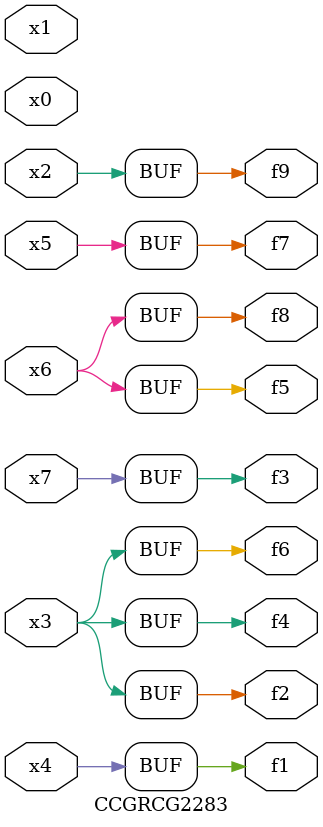
<source format=v>
module CCGRCG2283(
	input x0, x1, x2, x3, x4, x5, x6, x7,
	output f1, f2, f3, f4, f5, f6, f7, f8, f9
);
	assign f1 = x4;
	assign f2 = x3;
	assign f3 = x7;
	assign f4 = x3;
	assign f5 = x6;
	assign f6 = x3;
	assign f7 = x5;
	assign f8 = x6;
	assign f9 = x2;
endmodule

</source>
